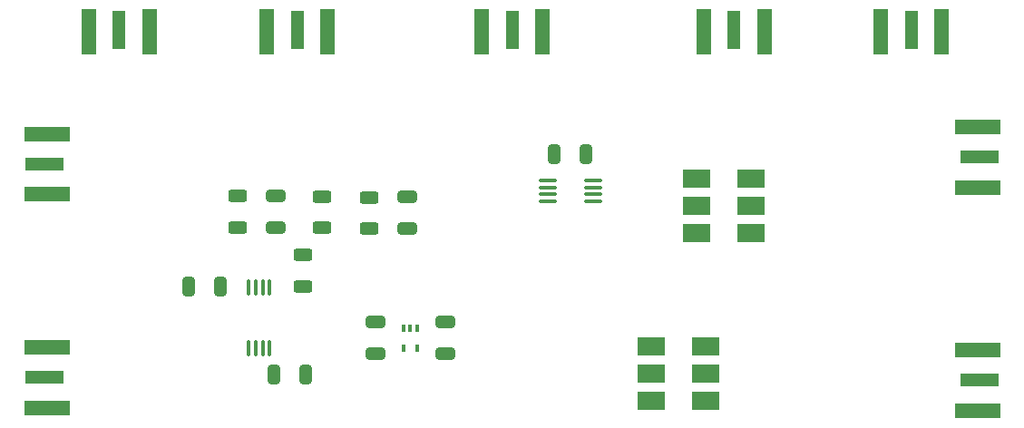
<source format=gbr>
%TF.GenerationSoftware,KiCad,Pcbnew,(6.0.1)*%
%TF.CreationDate,2023-04-04T11:04:11-04:00*%
%TF.ProjectId,NMR_control_board_V0.3.2,4e4d525f-636f-46e7-9472-6f6c5f626f61,rev?*%
%TF.SameCoordinates,Original*%
%TF.FileFunction,Paste,Top*%
%TF.FilePolarity,Positive*%
%FSLAX46Y46*%
G04 Gerber Fmt 4.6, Leading zero omitted, Abs format (unit mm)*
G04 Created by KiCad (PCBNEW (6.0.1)) date 2023-04-04 11:04:11*
%MOMM*%
%LPD*%
G01*
G04 APERTURE LIST*
G04 Aperture macros list*
%AMRoundRect*
0 Rectangle with rounded corners*
0 $1 Rounding radius*
0 $2 $3 $4 $5 $6 $7 $8 $9 X,Y pos of 4 corners*
0 Add a 4 corners polygon primitive as box body*
4,1,4,$2,$3,$4,$5,$6,$7,$8,$9,$2,$3,0*
0 Add four circle primitives for the rounded corners*
1,1,$1+$1,$2,$3*
1,1,$1+$1,$4,$5*
1,1,$1+$1,$6,$7*
1,1,$1+$1,$8,$9*
0 Add four rect primitives between the rounded corners*
20,1,$1+$1,$2,$3,$4,$5,0*
20,1,$1+$1,$4,$5,$6,$7,0*
20,1,$1+$1,$6,$7,$8,$9,0*
20,1,$1+$1,$8,$9,$2,$3,0*%
G04 Aperture macros list end*
%ADD10R,3.600000X1.270000*%
%ADD11R,4.200000X1.350000*%
%ADD12RoundRect,0.250000X0.650000X-0.325000X0.650000X0.325000X-0.650000X0.325000X-0.650000X-0.325000X0*%
%ADD13RoundRect,0.250000X-0.625000X0.312500X-0.625000X-0.312500X0.625000X-0.312500X0.625000X0.312500X0*%
%ADD14R,1.270000X3.600000*%
%ADD15R,1.350000X4.200000*%
%ADD16RoundRect,0.250000X-0.325000X-0.650000X0.325000X-0.650000X0.325000X0.650000X-0.325000X0.650000X0*%
%ADD17RoundRect,0.250000X0.625000X-0.312500X0.625000X0.312500X-0.625000X0.312500X-0.625000X-0.312500X0*%
%ADD18R,2.540000X1.651000*%
%ADD19RoundRect,0.250000X0.325000X0.650000X-0.325000X0.650000X-0.325000X-0.650000X0.325000X-0.650000X0*%
%ADD20R,0.400000X0.650000*%
%ADD21RoundRect,0.100000X-0.100000X0.637500X-0.100000X-0.637500X0.100000X-0.637500X0.100000X0.637500X0*%
%ADD22RoundRect,0.100000X-0.712500X-0.100000X0.712500X-0.100000X0.712500X0.100000X-0.712500X0.100000X0*%
G04 APERTURE END LIST*
D10*
%TO.C,-5V1*%
X96066000Y-70739000D03*
D11*
X96266000Y-73564000D03*
X96266000Y-67914000D03*
%TD*%
D12*
%TO.C,1nF*%
X117602000Y-76646500D03*
X117602000Y-73696500D03*
%TD*%
D13*
%TO.C,100k\u03A9*%
X120142000Y-79248000D03*
X120142000Y-82173000D03*
%TD*%
D14*
%TO.C,F_OUT1*%
X119634000Y-58220000D03*
D15*
X122459000Y-58420000D03*
X116809000Y-58420000D03*
%TD*%
D12*
%TO.C,1nF*%
X129879000Y-76786000D03*
X129879000Y-73836000D03*
%TD*%
D13*
%TO.C,1k\u03A9*%
X121920000Y-73787000D03*
X121920000Y-76712000D03*
%TD*%
D16*
%TO.C,C6*%
X109523000Y-82194400D03*
X112473000Y-82194400D03*
%TD*%
D10*
%TO.C,SW_OUT1*%
X183334000Y-70104000D03*
D11*
X183134000Y-72929000D03*
X183134000Y-67279000D03*
%TD*%
D14*
%TO.C,PULSE_GEN_IN1*%
X102997000Y-58220000D03*
D15*
X105822000Y-58420000D03*
X100172000Y-58420000D03*
%TD*%
D17*
%TO.C,20k\u03A9*%
X114046000Y-76646500D03*
X114046000Y-73721500D03*
%TD*%
D18*
%TO.C,Power Splitter*%
X162001200Y-77165200D03*
X162001200Y-74625200D03*
X162001200Y-72085200D03*
X156921200Y-72085200D03*
X156921200Y-74625200D03*
X156921200Y-77165200D03*
%TD*%
D14*
%TO.C,TRIG_OUT1*%
X139700000Y-58220000D03*
D15*
X142525000Y-58420000D03*
X136875000Y-58420000D03*
%TD*%
D14*
%TO.C,SPL_IN1*%
X160401000Y-58220000D03*
D15*
X157576000Y-58420000D03*
X163226000Y-58420000D03*
%TD*%
D19*
%TO.C,C7*%
X120397800Y-90373200D03*
X117447800Y-90373200D03*
%TD*%
D14*
%TO.C,SIN_SIGNAL_IN1*%
X176940000Y-58220000D03*
D15*
X174115000Y-58420000D03*
X179765000Y-58420000D03*
%TD*%
D20*
%TO.C,1.8V Reg.*%
X130825000Y-86045000D03*
X130175000Y-86045000D03*
X129525000Y-86045000D03*
X129525000Y-87945000D03*
X130825000Y-87945000D03*
%TD*%
D12*
%TO.C,C4*%
X133451600Y-88470000D03*
X133451600Y-85520000D03*
%TD*%
%TO.C,C2*%
X126898400Y-88470000D03*
X126898400Y-85520000D03*
%TD*%
D17*
%TO.C,12k\u03A9*%
X126323000Y-76773500D03*
X126323000Y-73848500D03*
%TD*%
D10*
%TO.C,5V1*%
X96066000Y-90678000D03*
D11*
X96266000Y-87853000D03*
X96266000Y-93503000D03*
%TD*%
D21*
%TO.C,LNA*%
X117053000Y-82227500D03*
X116403000Y-82227500D03*
X115753000Y-82227500D03*
X115103000Y-82227500D03*
X115103000Y-87952500D03*
X115753000Y-87952500D03*
X116403000Y-87952500D03*
X117053000Y-87952500D03*
%TD*%
D18*
%TO.C,Mixer_U5*%
X152654000Y-87757000D03*
X152654000Y-90297000D03*
X152654000Y-92837000D03*
X157734000Y-92837000D03*
X157734000Y-90297000D03*
X157734000Y-87757000D03*
%TD*%
D19*
%TO.C,C5*%
X146561600Y-69804400D03*
X143611600Y-69804400D03*
%TD*%
D22*
%TO.C,Switch*%
X143023100Y-72258400D03*
X143023100Y-72908400D03*
X143023100Y-73558400D03*
X143023100Y-74208400D03*
X147248100Y-74208400D03*
X147248100Y-73558400D03*
X147248100Y-72908400D03*
X147248100Y-72258400D03*
%TD*%
D10*
%TO.C,MIX_RF1*%
X183334000Y-90932000D03*
D11*
X183134000Y-88107000D03*
X183134000Y-93757000D03*
%TD*%
M02*

</source>
